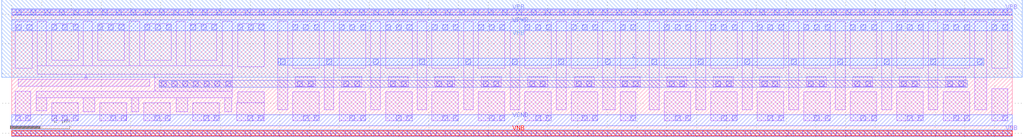
<source format=lef>
# Copyright 2020 The SkyWater PDK Authors
#
# Licensed under the Apache License, Version 2.0 (the "License");
# you may not use this file except in compliance with the License.
# You may obtain a copy of the License at
#
#     https://www.apache.org/licenses/LICENSE-2.0
#
# Unless required by applicable law or agreed to in writing, software
# distributed under the License is distributed on an "AS IS" BASIS,
# WITHOUT WARRANTIES OR CONDITIONS OF ANY KIND, either express or implied.
# See the License for the specific language governing permissions and
# limitations under the License.
#
# SPDX-License-Identifier: Apache-2.0

VERSION 5.7 ;
  NOWIREEXTENSIONATPIN ON ;
  DIVIDERCHAR "/" ;
  BUSBITCHARS "[]" ;
MACRO sky130_fd_sc_hvl__buf_32
  CLASS CORE ;
  FOREIGN sky130_fd_sc_hvl__buf_32 ;
  ORIGIN  0.000000  0.000000 ;
  SIZE  33.60000 BY  4.070000 ;
  SYMMETRY X Y ;
  SITE unithv ;
  PIN A
    ANTENNAGATEAREA  11.25000 ;
    DIRECTION INPUT ;
    USE SIGNAL ;
    PORT
      LAYER li1 ;
        RECT 0.220000 1.580000 4.630000 1.815000 ;
    END
  END A
  PIN X
    ANTENNADIFFAREA  10.08000 ;
    DIRECTION OUTPUT ;
    USE SIGNAL ;
    PORT
      LAYER met1 ;
        RECT 8.950000 2.290000 32.640000 2.520000 ;
    END
  END X
  PIN VGND
    DIRECTION INOUT ;
    USE GROUND ;
    PORT
      LAYER met1 ;
        RECT 0.000000 0.255000 33.600000 0.625000 ;
    END
  END VGND
  PIN VNB
    DIRECTION INOUT ;
    USE GROUND ;
    PORT
      LAYER li1 ;
        RECT 0.000000 -0.085000 33.600000 0.085000 ;
      LAYER mcon ;
        RECT  0.155000 -0.085000  0.325000 0.085000 ;
        RECT  0.635000 -0.085000  0.805000 0.085000 ;
        RECT  1.115000 -0.085000  1.285000 0.085000 ;
        RECT  1.595000 -0.085000  1.765000 0.085000 ;
        RECT  2.075000 -0.085000  2.245000 0.085000 ;
        RECT  2.555000 -0.085000  2.725000 0.085000 ;
        RECT  3.035000 -0.085000  3.205000 0.085000 ;
        RECT  3.515000 -0.085000  3.685000 0.085000 ;
        RECT  3.995000 -0.085000  4.165000 0.085000 ;
        RECT  4.475000 -0.085000  4.645000 0.085000 ;
        RECT  4.955000 -0.085000  5.125000 0.085000 ;
        RECT  5.435000 -0.085000  5.605000 0.085000 ;
        RECT  5.915000 -0.085000  6.085000 0.085000 ;
        RECT  6.395000 -0.085000  6.565000 0.085000 ;
        RECT  6.875000 -0.085000  7.045000 0.085000 ;
        RECT  7.355000 -0.085000  7.525000 0.085000 ;
        RECT  7.835000 -0.085000  8.005000 0.085000 ;
        RECT  8.315000 -0.085000  8.485000 0.085000 ;
        RECT  8.795000 -0.085000  8.965000 0.085000 ;
        RECT  9.275000 -0.085000  9.445000 0.085000 ;
        RECT  9.755000 -0.085000  9.925000 0.085000 ;
        RECT 10.235000 -0.085000 10.405000 0.085000 ;
        RECT 10.715000 -0.085000 10.885000 0.085000 ;
        RECT 11.195000 -0.085000 11.365000 0.085000 ;
        RECT 11.675000 -0.085000 11.845000 0.085000 ;
        RECT 12.155000 -0.085000 12.325000 0.085000 ;
        RECT 12.635000 -0.085000 12.805000 0.085000 ;
        RECT 13.115000 -0.085000 13.285000 0.085000 ;
        RECT 13.595000 -0.085000 13.765000 0.085000 ;
        RECT 14.075000 -0.085000 14.245000 0.085000 ;
        RECT 14.555000 -0.085000 14.725000 0.085000 ;
        RECT 15.035000 -0.085000 15.205000 0.085000 ;
        RECT 15.515000 -0.085000 15.685000 0.085000 ;
        RECT 15.995000 -0.085000 16.165000 0.085000 ;
        RECT 16.475000 -0.085000 16.645000 0.085000 ;
        RECT 16.955000 -0.085000 17.125000 0.085000 ;
        RECT 17.435000 -0.085000 17.605000 0.085000 ;
        RECT 17.915000 -0.085000 18.085000 0.085000 ;
        RECT 18.395000 -0.085000 18.565000 0.085000 ;
        RECT 18.875000 -0.085000 19.045000 0.085000 ;
        RECT 19.355000 -0.085000 19.525000 0.085000 ;
        RECT 19.835000 -0.085000 20.005000 0.085000 ;
        RECT 20.315000 -0.085000 20.485000 0.085000 ;
        RECT 20.795000 -0.085000 20.965000 0.085000 ;
        RECT 21.275000 -0.085000 21.445000 0.085000 ;
        RECT 21.755000 -0.085000 21.925000 0.085000 ;
        RECT 22.235000 -0.085000 22.405000 0.085000 ;
        RECT 22.715000 -0.085000 22.885000 0.085000 ;
        RECT 23.195000 -0.085000 23.365000 0.085000 ;
        RECT 23.675000 -0.085000 23.845000 0.085000 ;
        RECT 24.155000 -0.085000 24.325000 0.085000 ;
        RECT 24.635000 -0.085000 24.805000 0.085000 ;
        RECT 25.115000 -0.085000 25.285000 0.085000 ;
        RECT 25.595000 -0.085000 25.765000 0.085000 ;
        RECT 26.075000 -0.085000 26.245000 0.085000 ;
        RECT 26.555000 -0.085000 26.725000 0.085000 ;
        RECT 27.035000 -0.085000 27.205000 0.085000 ;
        RECT 27.515000 -0.085000 27.685000 0.085000 ;
        RECT 27.995000 -0.085000 28.165000 0.085000 ;
        RECT 28.475000 -0.085000 28.645000 0.085000 ;
        RECT 28.955000 -0.085000 29.125000 0.085000 ;
        RECT 29.435000 -0.085000 29.605000 0.085000 ;
        RECT 29.915000 -0.085000 30.085000 0.085000 ;
        RECT 30.395000 -0.085000 30.565000 0.085000 ;
        RECT 30.875000 -0.085000 31.045000 0.085000 ;
        RECT 31.355000 -0.085000 31.525000 0.085000 ;
        RECT 31.835000 -0.085000 32.005000 0.085000 ;
        RECT 32.315000 -0.085000 32.485000 0.085000 ;
        RECT 32.795000 -0.085000 32.965000 0.085000 ;
        RECT 33.275000 -0.085000 33.445000 0.085000 ;
    END
    PORT
      LAYER met1 ;
        RECT 0.000000 -0.115000 33.600000 0.115000 ;
      LAYER pwell ;
        RECT 0.000000 -0.085000 33.600000 0.085000 ;
    END
  END VNB
  PIN VPB
    DIRECTION INOUT ;
    USE POWER ;
    PORT
      LAYER li1 ;
        RECT 0.000000 3.985000 33.600000 4.155000 ;
      LAYER mcon ;
        RECT  0.155000 3.985000  0.325000 4.155000 ;
        RECT  0.635000 3.985000  0.805000 4.155000 ;
        RECT  1.115000 3.985000  1.285000 4.155000 ;
        RECT  1.595000 3.985000  1.765000 4.155000 ;
        RECT  2.075000 3.985000  2.245000 4.155000 ;
        RECT  2.555000 3.985000  2.725000 4.155000 ;
        RECT  3.035000 3.985000  3.205000 4.155000 ;
        RECT  3.515000 3.985000  3.685000 4.155000 ;
        RECT  3.995000 3.985000  4.165000 4.155000 ;
        RECT  4.475000 3.985000  4.645000 4.155000 ;
        RECT  4.955000 3.985000  5.125000 4.155000 ;
        RECT  5.435000 3.985000  5.605000 4.155000 ;
        RECT  5.915000 3.985000  6.085000 4.155000 ;
        RECT  6.395000 3.985000  6.565000 4.155000 ;
        RECT  6.875000 3.985000  7.045000 4.155000 ;
        RECT  7.355000 3.985000  7.525000 4.155000 ;
        RECT  7.835000 3.985000  8.005000 4.155000 ;
        RECT  8.315000 3.985000  8.485000 4.155000 ;
        RECT  8.795000 3.985000  8.965000 4.155000 ;
        RECT  9.275000 3.985000  9.445000 4.155000 ;
        RECT  9.755000 3.985000  9.925000 4.155000 ;
        RECT 10.235000 3.985000 10.405000 4.155000 ;
        RECT 10.715000 3.985000 10.885000 4.155000 ;
        RECT 11.195000 3.985000 11.365000 4.155000 ;
        RECT 11.675000 3.985000 11.845000 4.155000 ;
        RECT 12.155000 3.985000 12.325000 4.155000 ;
        RECT 12.635000 3.985000 12.805000 4.155000 ;
        RECT 13.115000 3.985000 13.285000 4.155000 ;
        RECT 13.595000 3.985000 13.765000 4.155000 ;
        RECT 14.075000 3.985000 14.245000 4.155000 ;
        RECT 14.555000 3.985000 14.725000 4.155000 ;
        RECT 15.035000 3.985000 15.205000 4.155000 ;
        RECT 15.515000 3.985000 15.685000 4.155000 ;
        RECT 15.995000 3.985000 16.165000 4.155000 ;
        RECT 16.475000 3.985000 16.645000 4.155000 ;
        RECT 16.955000 3.985000 17.125000 4.155000 ;
        RECT 17.435000 3.985000 17.605000 4.155000 ;
        RECT 17.915000 3.985000 18.085000 4.155000 ;
        RECT 18.395000 3.985000 18.565000 4.155000 ;
        RECT 18.875000 3.985000 19.045000 4.155000 ;
        RECT 19.355000 3.985000 19.525000 4.155000 ;
        RECT 19.835000 3.985000 20.005000 4.155000 ;
        RECT 20.315000 3.985000 20.485000 4.155000 ;
        RECT 20.795000 3.985000 20.965000 4.155000 ;
        RECT 21.275000 3.985000 21.445000 4.155000 ;
        RECT 21.755000 3.985000 21.925000 4.155000 ;
        RECT 22.235000 3.985000 22.405000 4.155000 ;
        RECT 22.715000 3.985000 22.885000 4.155000 ;
        RECT 23.195000 3.985000 23.365000 4.155000 ;
        RECT 23.675000 3.985000 23.845000 4.155000 ;
        RECT 24.155000 3.985000 24.325000 4.155000 ;
        RECT 24.635000 3.985000 24.805000 4.155000 ;
        RECT 25.115000 3.985000 25.285000 4.155000 ;
        RECT 25.595000 3.985000 25.765000 4.155000 ;
        RECT 26.075000 3.985000 26.245000 4.155000 ;
        RECT 26.555000 3.985000 26.725000 4.155000 ;
        RECT 27.035000 3.985000 27.205000 4.155000 ;
        RECT 27.515000 3.985000 27.685000 4.155000 ;
        RECT 27.995000 3.985000 28.165000 4.155000 ;
        RECT 28.475000 3.985000 28.645000 4.155000 ;
        RECT 28.955000 3.985000 29.125000 4.155000 ;
        RECT 29.435000 3.985000 29.605000 4.155000 ;
        RECT 29.915000 3.985000 30.085000 4.155000 ;
        RECT 30.395000 3.985000 30.565000 4.155000 ;
        RECT 30.875000 3.985000 31.045000 4.155000 ;
        RECT 31.355000 3.985000 31.525000 4.155000 ;
        RECT 31.835000 3.985000 32.005000 4.155000 ;
        RECT 32.315000 3.985000 32.485000 4.155000 ;
        RECT 32.795000 3.985000 32.965000 4.155000 ;
        RECT 33.275000 3.985000 33.445000 4.155000 ;
    END
    PORT
      LAYER met1 ;
        RECT 0.000000 3.955000 33.600000 4.185000 ;
      LAYER nwell ;
        RECT -0.330000 1.885000 33.930000 4.485000 ;
    END
  END VPB
  PIN VPWR
    DIRECTION INOUT ;
    USE POWER ;
    PORT
      LAYER met1 ;
        RECT 0.000000 3.445000 33.600000 3.815000 ;
    END
  END VPWR
  OBS
    LAYER li1 ;
      RECT  0.110000 0.425000  0.645000 1.410000 ;
      RECT  0.110000 2.175000  0.680000 3.755000 ;
      RECT  0.815000 0.755000  1.170000 1.195000 ;
      RECT  0.815000 1.195000  7.410000 1.410000 ;
      RECT  0.850000 1.985000  7.410000 2.265000 ;
      RECT  0.850000 2.265000  1.160000 3.755000 ;
      RECT  1.340000 0.415000  2.230000 1.025000 ;
      RECT  1.340000 2.445000  2.230000 3.675000 ;
      RECT  2.400000 0.730000  2.790000 1.195000 ;
      RECT  2.400000 2.265000  2.710000 3.755000 ;
      RECT  2.880000 2.445000  3.770000 3.675000 ;
      RECT  2.960000 0.425000  3.855000 1.025000 ;
      RECT  3.940000 2.265000  4.290000 3.755000 ;
      RECT  4.025000 0.730000  4.270000 1.195000 ;
      RECT  4.440000 0.425000  5.330000 1.025000 ;
      RECT  4.460000 2.445000  5.350000 3.675000 ;
      RECT  4.800000 1.410000  7.410000 1.985000 ;
      RECT  5.520000 0.730000  5.910000 1.195000 ;
      RECT  5.520000 2.265000  5.830000 3.755000 ;
      RECT  6.000000 2.445000  6.890000 3.675000 ;
      RECT  6.080000 0.425000  6.975000 1.025000 ;
      RECT  7.060000 2.265000  7.410000 3.755000 ;
      RECT  7.145000 0.730000  7.390000 1.195000 ;
      RECT  7.560000 0.425000  8.480000 1.025000 ;
      RECT  7.580000 1.025000  8.480000 1.395000 ;
      RECT  7.580000 2.235000  8.480000 3.675000 ;
      RECT  8.930000 0.790000  9.260000 3.755000 ;
      RECT  9.430000 0.425000 10.320000 1.395000 ;
      RECT  9.430000 2.175000 10.320000 3.755000 ;
      RECT  9.520000 1.565000 10.190000 1.895000 ;
      RECT 10.490000 0.790000 10.820000 3.755000 ;
      RECT 10.990000 0.425000 11.880000 1.395000 ;
      RECT 10.990000 2.175000 11.880000 3.755000 ;
      RECT 11.080000 1.565000 11.750000 1.895000 ;
      RECT 12.050000 0.790000 12.380000 3.755000 ;
      RECT 12.550000 0.425000 13.440000 1.395000 ;
      RECT 12.550000 2.175000 13.440000 3.755000 ;
      RECT 12.640000 1.565000 13.310000 1.895000 ;
      RECT 13.610000 0.790000 13.940000 3.755000 ;
      RECT 14.110000 0.425000 15.000000 1.395000 ;
      RECT 14.110000 2.175000 15.000000 3.755000 ;
      RECT 14.200000 1.565000 14.870000 1.895000 ;
      RECT 15.170000 0.790000 15.500000 3.755000 ;
      RECT 15.670000 0.425000 16.560000 1.395000 ;
      RECT 15.670000 2.175000 16.560000 3.755000 ;
      RECT 15.760000 1.565000 16.430000 1.895000 ;
      RECT 16.730000 0.790000 17.060000 3.755000 ;
      RECT 17.230000 0.425000 18.120000 1.395000 ;
      RECT 17.230000 2.175000 18.120000 3.755000 ;
      RECT 17.320000 1.565000 17.990000 1.895000 ;
      RECT 18.290000 0.790000 18.620000 3.755000 ;
      RECT 18.790000 0.425000 19.680000 1.395000 ;
      RECT 18.790000 2.175000 19.680000 3.755000 ;
      RECT 18.880000 1.565000 19.550000 1.895000 ;
      RECT 19.850000 0.790000 20.260000 3.755000 ;
      RECT 20.430000 0.425000 20.960000 1.395000 ;
      RECT 20.430000 1.565000 21.100000 1.895000 ;
      RECT 20.430000 2.175000 20.960000 3.755000 ;
      RECT 21.410000 0.790000 21.740000 3.755000 ;
      RECT 21.910000 0.425000 22.800000 1.395000 ;
      RECT 21.910000 2.175000 22.800000 3.755000 ;
      RECT 22.000000 1.565000 22.670000 1.895000 ;
      RECT 22.970000 0.790000 23.300000 3.755000 ;
      RECT 23.470000 0.425000 24.360000 1.395000 ;
      RECT 23.470000 2.175000 24.360000 3.755000 ;
      RECT 23.560000 1.565000 24.230000 1.895000 ;
      RECT 24.530000 0.790000 24.860000 3.755000 ;
      RECT 25.030000 0.425000 25.920000 1.395000 ;
      RECT 25.030000 2.175000 25.920000 3.755000 ;
      RECT 25.120000 1.565000 25.790000 1.895000 ;
      RECT 26.090000 0.790000 26.420000 3.755000 ;
      RECT 26.590000 0.425000 27.480000 1.395000 ;
      RECT 26.590000 2.175000 27.480000 3.755000 ;
      RECT 26.680000 1.565000 27.350000 1.895000 ;
      RECT 27.650000 0.790000 27.980000 3.755000 ;
      RECT 28.150000 0.425000 29.040000 1.395000 ;
      RECT 28.150000 2.175000 29.040000 3.755000 ;
      RECT 28.240000 1.565000 28.910000 1.895000 ;
      RECT 29.210000 0.790000 29.540000 3.755000 ;
      RECT 29.710000 0.425000 30.600000 1.395000 ;
      RECT 29.710000 2.175000 30.600000 3.755000 ;
      RECT 29.800000 1.565000 30.470000 1.895000 ;
      RECT 30.770000 0.790000 31.100000 3.755000 ;
      RECT 31.270000 0.425000 32.160000 1.395000 ;
      RECT 31.270000 2.175000 32.160000 3.755000 ;
      RECT 31.360000 1.565000 32.030000 1.895000 ;
      RECT 32.330000 0.790000 32.740000 3.755000 ;
      RECT 32.910000 0.425000 33.440000 1.495000 ;
      RECT 32.910000 2.175000 33.440000 3.755000 ;
    LAYER mcon ;
      RECT  0.115000 0.425000  0.285000 0.595000 ;
      RECT  0.150000 3.475000  0.320000 3.645000 ;
      RECT  0.475000 0.425000  0.645000 0.595000 ;
      RECT  0.510000 3.475000  0.680000 3.645000 ;
      RECT  1.340000 0.425000  1.510000 0.595000 ;
      RECT  1.340000 3.475000  1.510000 3.645000 ;
      RECT  1.700000 0.425000  1.870000 0.595000 ;
      RECT  1.700000 3.475000  1.870000 3.645000 ;
      RECT  2.060000 0.425000  2.230000 0.595000 ;
      RECT  2.060000 3.475000  2.230000 3.645000 ;
      RECT  2.880000 3.475000  3.050000 3.645000 ;
      RECT  3.240000 3.475000  3.410000 3.645000 ;
      RECT  3.320000 0.425000  3.490000 0.595000 ;
      RECT  3.600000 3.475000  3.770000 3.645000 ;
      RECT  3.680000 0.425000  3.850000 0.595000 ;
      RECT  4.460000 3.475000  4.630000 3.645000 ;
      RECT  4.800000 0.425000  4.970000 0.595000 ;
      RECT  4.820000 3.475000  4.990000 3.645000 ;
      RECT  5.020000 1.580000  5.190000 1.750000 ;
      RECT  5.160000 0.425000  5.330000 0.595000 ;
      RECT  5.180000 3.475000  5.350000 3.645000 ;
      RECT  5.380000 1.580000  5.550000 1.750000 ;
      RECT  5.740000 1.580000  5.910000 1.750000 ;
      RECT  6.000000 3.475000  6.170000 3.645000 ;
      RECT  6.100000 1.580000  6.270000 1.750000 ;
      RECT  6.360000 3.475000  6.530000 3.645000 ;
      RECT  6.440000 0.425000  6.610000 0.595000 ;
      RECT  6.460000 1.580000  6.630000 1.750000 ;
      RECT  6.720000 3.475000  6.890000 3.645000 ;
      RECT  6.800000 0.425000  6.970000 0.595000 ;
      RECT  6.820000 1.580000  6.990000 1.750000 ;
      RECT  7.180000 1.580000  7.350000 1.750000 ;
      RECT  7.580000 3.475000  7.750000 3.645000 ;
      RECT  7.920000 0.425000  8.090000 0.595000 ;
      RECT  7.940000 3.475000  8.110000 3.645000 ;
      RECT  8.280000 0.425000  8.450000 0.595000 ;
      RECT  8.300000 3.475000  8.470000 3.645000 ;
      RECT  9.010000 2.320000  9.180000 2.490000 ;
      RECT  9.430000 3.475000  9.600000 3.645000 ;
      RECT  9.590000 1.580000  9.760000 1.750000 ;
      RECT  9.790000 0.425000  9.960000 0.595000 ;
      RECT  9.790000 3.475000  9.960000 3.645000 ;
      RECT  9.950000 1.580000 10.120000 1.750000 ;
      RECT 10.150000 0.425000 10.320000 0.595000 ;
      RECT 10.150000 3.475000 10.320000 3.645000 ;
      RECT 10.570000 2.320000 10.740000 2.490000 ;
      RECT 10.990000 3.475000 11.160000 3.645000 ;
      RECT 11.150000 1.580000 11.320000 1.750000 ;
      RECT 11.350000 0.425000 11.520000 0.595000 ;
      RECT 11.350000 3.475000 11.520000 3.645000 ;
      RECT 11.510000 1.580000 11.680000 1.750000 ;
      RECT 11.710000 0.425000 11.880000 0.595000 ;
      RECT 11.710000 3.475000 11.880000 3.645000 ;
      RECT 12.130000 2.320000 12.300000 2.490000 ;
      RECT 12.550000 3.475000 12.720000 3.645000 ;
      RECT 12.710000 1.580000 12.880000 1.750000 ;
      RECT 12.910000 0.425000 13.080000 0.595000 ;
      RECT 12.910000 3.475000 13.080000 3.645000 ;
      RECT 13.070000 1.580000 13.240000 1.750000 ;
      RECT 13.270000 0.425000 13.440000 0.595000 ;
      RECT 13.270000 3.475000 13.440000 3.645000 ;
      RECT 13.690000 2.320000 13.860000 2.490000 ;
      RECT 14.110000 3.475000 14.280000 3.645000 ;
      RECT 14.270000 1.580000 14.440000 1.750000 ;
      RECT 14.470000 0.425000 14.640000 0.595000 ;
      RECT 14.470000 3.475000 14.640000 3.645000 ;
      RECT 14.630000 1.580000 14.800000 1.750000 ;
      RECT 14.830000 0.425000 15.000000 0.595000 ;
      RECT 14.830000 3.475000 15.000000 3.645000 ;
      RECT 15.250000 2.320000 15.420000 2.490000 ;
      RECT 15.670000 3.475000 15.840000 3.645000 ;
      RECT 15.830000 1.580000 16.000000 1.750000 ;
      RECT 16.030000 0.425000 16.200000 0.595000 ;
      RECT 16.030000 3.475000 16.200000 3.645000 ;
      RECT 16.190000 1.580000 16.360000 1.750000 ;
      RECT 16.390000 0.425000 16.560000 0.595000 ;
      RECT 16.390000 3.475000 16.560000 3.645000 ;
      RECT 16.810000 2.320000 16.980000 2.490000 ;
      RECT 17.230000 3.475000 17.400000 3.645000 ;
      RECT 17.390000 1.580000 17.560000 1.750000 ;
      RECT 17.590000 0.425000 17.760000 0.595000 ;
      RECT 17.590000 3.475000 17.760000 3.645000 ;
      RECT 17.750000 1.580000 17.920000 1.750000 ;
      RECT 17.950000 0.425000 18.120000 0.595000 ;
      RECT 17.950000 3.475000 18.120000 3.645000 ;
      RECT 18.370000 2.320000 18.540000 2.490000 ;
      RECT 18.790000 3.475000 18.960000 3.645000 ;
      RECT 18.950000 1.580000 19.120000 1.750000 ;
      RECT 19.150000 0.425000 19.320000 0.595000 ;
      RECT 19.150000 3.475000 19.320000 3.645000 ;
      RECT 19.310000 1.580000 19.480000 1.750000 ;
      RECT 19.510000 0.425000 19.680000 0.595000 ;
      RECT 19.510000 3.475000 19.680000 3.645000 ;
      RECT 19.930000 2.320000 20.100000 2.490000 ;
      RECT 20.430000 3.475000 20.600000 3.645000 ;
      RECT 20.500000 1.580000 20.670000 1.750000 ;
      RECT 20.790000 0.425000 20.960000 0.595000 ;
      RECT 20.790000 3.475000 20.960000 3.645000 ;
      RECT 20.860000 1.580000 21.030000 1.750000 ;
      RECT 21.490000 2.320000 21.660000 2.490000 ;
      RECT 21.910000 3.475000 22.080000 3.645000 ;
      RECT 22.070000 1.580000 22.240000 1.750000 ;
      RECT 22.270000 0.425000 22.440000 0.595000 ;
      RECT 22.270000 3.475000 22.440000 3.645000 ;
      RECT 22.430000 1.580000 22.600000 1.750000 ;
      RECT 22.630000 0.425000 22.800000 0.595000 ;
      RECT 22.630000 3.475000 22.800000 3.645000 ;
      RECT 23.050000 2.320000 23.220000 2.490000 ;
      RECT 23.470000 3.475000 23.640000 3.645000 ;
      RECT 23.630000 1.580000 23.800000 1.750000 ;
      RECT 23.830000 0.425000 24.000000 0.595000 ;
      RECT 23.830000 3.475000 24.000000 3.645000 ;
      RECT 23.990000 1.580000 24.160000 1.750000 ;
      RECT 24.190000 0.425000 24.360000 0.595000 ;
      RECT 24.190000 3.475000 24.360000 3.645000 ;
      RECT 24.610000 2.320000 24.780000 2.490000 ;
      RECT 25.030000 3.475000 25.200000 3.645000 ;
      RECT 25.190000 1.580000 25.360000 1.750000 ;
      RECT 25.390000 0.425000 25.560000 0.595000 ;
      RECT 25.390000 3.475000 25.560000 3.645000 ;
      RECT 25.550000 1.580000 25.720000 1.750000 ;
      RECT 25.750000 0.425000 25.920000 0.595000 ;
      RECT 25.750000 3.475000 25.920000 3.645000 ;
      RECT 26.170000 2.320000 26.340000 2.490000 ;
      RECT 26.590000 3.475000 26.760000 3.645000 ;
      RECT 26.750000 1.580000 26.920000 1.750000 ;
      RECT 26.950000 0.425000 27.120000 0.595000 ;
      RECT 26.950000 3.475000 27.120000 3.645000 ;
      RECT 27.110000 1.580000 27.280000 1.750000 ;
      RECT 27.310000 0.425000 27.480000 0.595000 ;
      RECT 27.310000 3.475000 27.480000 3.645000 ;
      RECT 27.730000 2.320000 27.900000 2.490000 ;
      RECT 28.150000 3.475000 28.320000 3.645000 ;
      RECT 28.310000 1.580000 28.480000 1.750000 ;
      RECT 28.510000 0.425000 28.680000 0.595000 ;
      RECT 28.510000 3.475000 28.680000 3.645000 ;
      RECT 28.670000 1.580000 28.840000 1.750000 ;
      RECT 28.870000 0.425000 29.040000 0.595000 ;
      RECT 28.870000 3.475000 29.040000 3.645000 ;
      RECT 29.290000 2.320000 29.460000 2.490000 ;
      RECT 29.710000 3.475000 29.880000 3.645000 ;
      RECT 29.870000 1.580000 30.040000 1.750000 ;
      RECT 30.070000 0.425000 30.240000 0.595000 ;
      RECT 30.070000 3.475000 30.240000 3.645000 ;
      RECT 30.230000 1.580000 30.400000 1.750000 ;
      RECT 30.430000 0.425000 30.600000 0.595000 ;
      RECT 30.430000 3.475000 30.600000 3.645000 ;
      RECT 30.850000 2.320000 31.020000 2.490000 ;
      RECT 31.270000 3.475000 31.440000 3.645000 ;
      RECT 31.430000 1.580000 31.600000 1.750000 ;
      RECT 31.630000 0.425000 31.800000 0.595000 ;
      RECT 31.630000 3.475000 31.800000 3.645000 ;
      RECT 31.790000 1.580000 31.960000 1.750000 ;
      RECT 31.990000 0.425000 32.160000 0.595000 ;
      RECT 31.990000 3.475000 32.160000 3.645000 ;
      RECT 32.410000 2.320000 32.580000 2.490000 ;
      RECT 32.910000 3.475000 33.080000 3.645000 ;
      RECT 33.270000 0.425000 33.440000 0.595000 ;
      RECT 33.270000 3.475000 33.440000 3.645000 ;
    LAYER met1 ;
      RECT 4.960000 1.550000 32.090000 1.780000 ;
  END
END sky130_fd_sc_hvl__buf_32
END LIBRARY

</source>
